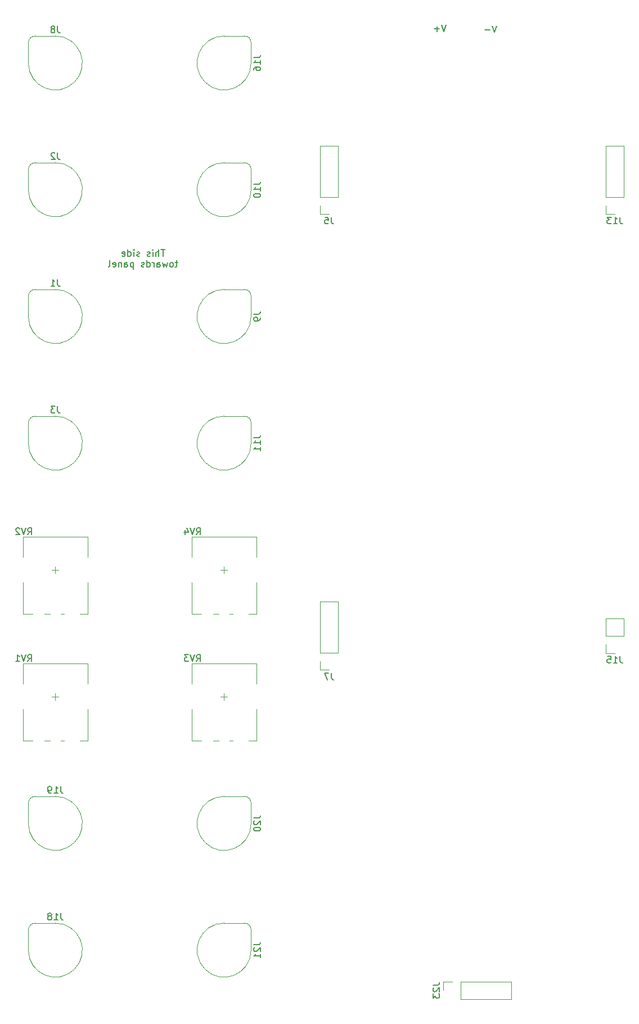
<source format=gbo>
%TF.GenerationSoftware,KiCad,Pcbnew,(6.0.0-0)*%
%TF.CreationDate,2022-06-17T06:04:18+01:00*%
%TF.ProjectId,4u-damped-integrator,34752d64-616d-4706-9564-2d696e746567,r01*%
%TF.SameCoordinates,Original*%
%TF.FileFunction,Legend,Bot*%
%TF.FilePolarity,Positive*%
%FSLAX46Y46*%
G04 Gerber Fmt 4.6, Leading zero omitted, Abs format (unit mm)*
G04 Created by KiCad (PCBNEW (6.0.0-0)) date 2022-06-17 06:04:18*
%MOMM*%
%LPD*%
G01*
G04 APERTURE LIST*
%ADD10C,0.150000*%
%ADD11C,0.120000*%
G04 APERTURE END LIST*
D10*
X63785714Y-65647380D02*
X63214285Y-65647380D01*
X63500000Y-66647380D02*
X63500000Y-65647380D01*
X62880952Y-66647380D02*
X62880952Y-65647380D01*
X62452380Y-66647380D02*
X62452380Y-66123571D01*
X62500000Y-66028333D01*
X62595238Y-65980714D01*
X62738095Y-65980714D01*
X62833333Y-66028333D01*
X62880952Y-66075952D01*
X61976190Y-66647380D02*
X61976190Y-65980714D01*
X61976190Y-65647380D02*
X62023809Y-65695000D01*
X61976190Y-65742619D01*
X61928571Y-65695000D01*
X61976190Y-65647380D01*
X61976190Y-65742619D01*
X61547619Y-66599761D02*
X61452380Y-66647380D01*
X61261904Y-66647380D01*
X61166666Y-66599761D01*
X61119047Y-66504523D01*
X61119047Y-66456904D01*
X61166666Y-66361666D01*
X61261904Y-66314047D01*
X61404761Y-66314047D01*
X61500000Y-66266428D01*
X61547619Y-66171190D01*
X61547619Y-66123571D01*
X61500000Y-66028333D01*
X61404761Y-65980714D01*
X61261904Y-65980714D01*
X61166666Y-66028333D01*
X59976190Y-66599761D02*
X59880952Y-66647380D01*
X59690476Y-66647380D01*
X59595238Y-66599761D01*
X59547619Y-66504523D01*
X59547619Y-66456904D01*
X59595238Y-66361666D01*
X59690476Y-66314047D01*
X59833333Y-66314047D01*
X59928571Y-66266428D01*
X59976190Y-66171190D01*
X59976190Y-66123571D01*
X59928571Y-66028333D01*
X59833333Y-65980714D01*
X59690476Y-65980714D01*
X59595238Y-66028333D01*
X59119047Y-66647380D02*
X59119047Y-65980714D01*
X59119047Y-65647380D02*
X59166666Y-65695000D01*
X59119047Y-65742619D01*
X59071428Y-65695000D01*
X59119047Y-65647380D01*
X59119047Y-65742619D01*
X58214285Y-66647380D02*
X58214285Y-65647380D01*
X58214285Y-66599761D02*
X58309523Y-66647380D01*
X58500000Y-66647380D01*
X58595238Y-66599761D01*
X58642857Y-66552142D01*
X58690476Y-66456904D01*
X58690476Y-66171190D01*
X58642857Y-66075952D01*
X58595238Y-66028333D01*
X58500000Y-65980714D01*
X58309523Y-65980714D01*
X58214285Y-66028333D01*
X57357142Y-66599761D02*
X57452380Y-66647380D01*
X57642857Y-66647380D01*
X57738095Y-66599761D01*
X57785714Y-66504523D01*
X57785714Y-66123571D01*
X57738095Y-66028333D01*
X57642857Y-65980714D01*
X57452380Y-65980714D01*
X57357142Y-66028333D01*
X57309523Y-66123571D01*
X57309523Y-66218809D01*
X57785714Y-66314047D01*
X65714285Y-67590714D02*
X65333333Y-67590714D01*
X65571428Y-67257380D02*
X65571428Y-68114523D01*
X65523809Y-68209761D01*
X65428571Y-68257380D01*
X65333333Y-68257380D01*
X64857142Y-68257380D02*
X64952380Y-68209761D01*
X65000000Y-68162142D01*
X65047619Y-68066904D01*
X65047619Y-67781190D01*
X65000000Y-67685952D01*
X64952380Y-67638333D01*
X64857142Y-67590714D01*
X64714285Y-67590714D01*
X64619047Y-67638333D01*
X64571428Y-67685952D01*
X64523809Y-67781190D01*
X64523809Y-68066904D01*
X64571428Y-68162142D01*
X64619047Y-68209761D01*
X64714285Y-68257380D01*
X64857142Y-68257380D01*
X64190476Y-67590714D02*
X64000000Y-68257380D01*
X63809523Y-67781190D01*
X63619047Y-68257380D01*
X63428571Y-67590714D01*
X62619047Y-68257380D02*
X62619047Y-67733571D01*
X62666666Y-67638333D01*
X62761904Y-67590714D01*
X62952380Y-67590714D01*
X63047619Y-67638333D01*
X62619047Y-68209761D02*
X62714285Y-68257380D01*
X62952380Y-68257380D01*
X63047619Y-68209761D01*
X63095238Y-68114523D01*
X63095238Y-68019285D01*
X63047619Y-67924047D01*
X62952380Y-67876428D01*
X62714285Y-67876428D01*
X62619047Y-67828809D01*
X62142857Y-68257380D02*
X62142857Y-67590714D01*
X62142857Y-67781190D02*
X62095238Y-67685952D01*
X62047619Y-67638333D01*
X61952380Y-67590714D01*
X61857142Y-67590714D01*
X61095238Y-68257380D02*
X61095238Y-67257380D01*
X61095238Y-68209761D02*
X61190476Y-68257380D01*
X61380952Y-68257380D01*
X61476190Y-68209761D01*
X61523809Y-68162142D01*
X61571428Y-68066904D01*
X61571428Y-67781190D01*
X61523809Y-67685952D01*
X61476190Y-67638333D01*
X61380952Y-67590714D01*
X61190476Y-67590714D01*
X61095238Y-67638333D01*
X60666666Y-68209761D02*
X60571428Y-68257380D01*
X60380952Y-68257380D01*
X60285714Y-68209761D01*
X60238095Y-68114523D01*
X60238095Y-68066904D01*
X60285714Y-67971666D01*
X60380952Y-67924047D01*
X60523809Y-67924047D01*
X60619047Y-67876428D01*
X60666666Y-67781190D01*
X60666666Y-67733571D01*
X60619047Y-67638333D01*
X60523809Y-67590714D01*
X60380952Y-67590714D01*
X60285714Y-67638333D01*
X59047619Y-67590714D02*
X59047619Y-68590714D01*
X59047619Y-67638333D02*
X58952380Y-67590714D01*
X58761904Y-67590714D01*
X58666666Y-67638333D01*
X58619047Y-67685952D01*
X58571428Y-67781190D01*
X58571428Y-68066904D01*
X58619047Y-68162142D01*
X58666666Y-68209761D01*
X58761904Y-68257380D01*
X58952380Y-68257380D01*
X59047619Y-68209761D01*
X57714285Y-68257380D02*
X57714285Y-67733571D01*
X57761904Y-67638333D01*
X57857142Y-67590714D01*
X58047619Y-67590714D01*
X58142857Y-67638333D01*
X57714285Y-68209761D02*
X57809523Y-68257380D01*
X58047619Y-68257380D01*
X58142857Y-68209761D01*
X58190476Y-68114523D01*
X58190476Y-68019285D01*
X58142857Y-67924047D01*
X58047619Y-67876428D01*
X57809523Y-67876428D01*
X57714285Y-67828809D01*
X57238095Y-67590714D02*
X57238095Y-68257380D01*
X57238095Y-67685952D02*
X57190476Y-67638333D01*
X57095238Y-67590714D01*
X56952380Y-67590714D01*
X56857142Y-67638333D01*
X56809523Y-67733571D01*
X56809523Y-68257380D01*
X55952380Y-68209761D02*
X56047619Y-68257380D01*
X56238095Y-68257380D01*
X56333333Y-68209761D01*
X56380952Y-68114523D01*
X56380952Y-67733571D01*
X56333333Y-67638333D01*
X56238095Y-67590714D01*
X56047619Y-67590714D01*
X55952380Y-67638333D01*
X55904761Y-67733571D01*
X55904761Y-67828809D01*
X56380952Y-67924047D01*
X55333333Y-68257380D02*
X55428571Y-68209761D01*
X55476190Y-68114523D01*
X55476190Y-67257380D01*
%TO.C,J17*%
X106108380Y-31857380D02*
X105775047Y-32857380D01*
X105441714Y-31857380D01*
X105108380Y-32476428D02*
X104346476Y-32476428D01*
X104727428Y-32857380D02*
X104727428Y-32095476D01*
X113728380Y-31984380D02*
X113395047Y-32984380D01*
X113061714Y-31984380D01*
X112728380Y-32603428D02*
X111966476Y-32603428D01*
%TO.C,RV3*%
X68545238Y-127552380D02*
X68878571Y-127076190D01*
X69116666Y-127552380D02*
X69116666Y-126552380D01*
X68735714Y-126552380D01*
X68640476Y-126600000D01*
X68592857Y-126647619D01*
X68545238Y-126742857D01*
X68545238Y-126885714D01*
X68592857Y-126980952D01*
X68640476Y-127028571D01*
X68735714Y-127076190D01*
X69116666Y-127076190D01*
X68259523Y-126552380D02*
X67926190Y-127552380D01*
X67592857Y-126552380D01*
X67354761Y-126552380D02*
X66735714Y-126552380D01*
X67069047Y-126933333D01*
X66926190Y-126933333D01*
X66830952Y-126980952D01*
X66783333Y-127028571D01*
X66735714Y-127123809D01*
X66735714Y-127361904D01*
X66783333Y-127457142D01*
X66830952Y-127504761D01*
X66926190Y-127552380D01*
X67211904Y-127552380D01*
X67307142Y-127504761D01*
X67354761Y-127457142D01*
%TO.C,J13*%
X132309523Y-60782380D02*
X132309523Y-61496666D01*
X132357142Y-61639523D01*
X132452380Y-61734761D01*
X132595238Y-61782380D01*
X132690476Y-61782380D01*
X131309523Y-61782380D02*
X131880952Y-61782380D01*
X131595238Y-61782380D02*
X131595238Y-60782380D01*
X131690476Y-60925238D01*
X131785714Y-61020476D01*
X131880952Y-61068095D01*
X130976190Y-60782380D02*
X130357142Y-60782380D01*
X130690476Y-61163333D01*
X130547619Y-61163333D01*
X130452380Y-61210952D01*
X130404761Y-61258571D01*
X130357142Y-61353809D01*
X130357142Y-61591904D01*
X130404761Y-61687142D01*
X130452380Y-61734761D01*
X130547619Y-61782380D01*
X130833333Y-61782380D01*
X130928571Y-61734761D01*
X130976190Y-61687142D01*
%TO.C,J20*%
X77152380Y-151090476D02*
X77866666Y-151090476D01*
X78009523Y-151042857D01*
X78104761Y-150947619D01*
X78152380Y-150804761D01*
X78152380Y-150709523D01*
X77247619Y-151519047D02*
X77200000Y-151566666D01*
X77152380Y-151661904D01*
X77152380Y-151900000D01*
X77200000Y-151995238D01*
X77247619Y-152042857D01*
X77342857Y-152090476D01*
X77438095Y-152090476D01*
X77580952Y-152042857D01*
X78152380Y-151471428D01*
X78152380Y-152090476D01*
X77152380Y-152709523D02*
X77152380Y-152804761D01*
X77200000Y-152900000D01*
X77247619Y-152947619D01*
X77342857Y-152995238D01*
X77533333Y-153042857D01*
X77771428Y-153042857D01*
X77961904Y-152995238D01*
X78057142Y-152947619D01*
X78104761Y-152900000D01*
X78152380Y-152804761D01*
X78152380Y-152709523D01*
X78104761Y-152614285D01*
X78057142Y-152566666D01*
X77961904Y-152519047D01*
X77771428Y-152471428D01*
X77533333Y-152471428D01*
X77342857Y-152519047D01*
X77247619Y-152566666D01*
X77200000Y-152614285D01*
X77152380Y-152709523D01*
%TO.C,J19*%
X48109523Y-146352380D02*
X48109523Y-147066666D01*
X48157142Y-147209523D01*
X48252380Y-147304761D01*
X48395238Y-147352380D01*
X48490476Y-147352380D01*
X47109523Y-147352380D02*
X47680952Y-147352380D01*
X47395238Y-147352380D02*
X47395238Y-146352380D01*
X47490476Y-146495238D01*
X47585714Y-146590476D01*
X47680952Y-146638095D01*
X46633333Y-147352380D02*
X46442857Y-147352380D01*
X46347619Y-147304761D01*
X46300000Y-147257142D01*
X46204761Y-147114285D01*
X46157142Y-146923809D01*
X46157142Y-146542857D01*
X46204761Y-146447619D01*
X46252380Y-146400000D01*
X46347619Y-146352380D01*
X46538095Y-146352380D01*
X46633333Y-146400000D01*
X46680952Y-146447619D01*
X46728571Y-146542857D01*
X46728571Y-146780952D01*
X46680952Y-146876190D01*
X46633333Y-146923809D01*
X46538095Y-146971428D01*
X46347619Y-146971428D01*
X46252380Y-146923809D01*
X46204761Y-146876190D01*
X46157142Y-146780952D01*
%TO.C,J10*%
X77152380Y-55840476D02*
X77866666Y-55840476D01*
X78009523Y-55792857D01*
X78104761Y-55697619D01*
X78152380Y-55554761D01*
X78152380Y-55459523D01*
X78152380Y-56840476D02*
X78152380Y-56269047D01*
X78152380Y-56554761D02*
X77152380Y-56554761D01*
X77295238Y-56459523D01*
X77390476Y-56364285D01*
X77438095Y-56269047D01*
X77152380Y-57459523D02*
X77152380Y-57554761D01*
X77200000Y-57650000D01*
X77247619Y-57697619D01*
X77342857Y-57745238D01*
X77533333Y-57792857D01*
X77771428Y-57792857D01*
X77961904Y-57745238D01*
X78057142Y-57697619D01*
X78104761Y-57650000D01*
X78152380Y-57554761D01*
X78152380Y-57459523D01*
X78104761Y-57364285D01*
X78057142Y-57316666D01*
X77961904Y-57269047D01*
X77771428Y-57221428D01*
X77533333Y-57221428D01*
X77342857Y-57269047D01*
X77247619Y-57316666D01*
X77200000Y-57364285D01*
X77152380Y-57459523D01*
%TO.C,J16*%
X77152380Y-36790476D02*
X77866666Y-36790476D01*
X78009523Y-36742857D01*
X78104761Y-36647619D01*
X78152380Y-36504761D01*
X78152380Y-36409523D01*
X78152380Y-37790476D02*
X78152380Y-37219047D01*
X78152380Y-37504761D02*
X77152380Y-37504761D01*
X77295238Y-37409523D01*
X77390476Y-37314285D01*
X77438095Y-37219047D01*
X77152380Y-38647619D02*
X77152380Y-38457142D01*
X77200000Y-38361904D01*
X77247619Y-38314285D01*
X77390476Y-38219047D01*
X77580952Y-38171428D01*
X77961904Y-38171428D01*
X78057142Y-38219047D01*
X78104761Y-38266666D01*
X78152380Y-38361904D01*
X78152380Y-38552380D01*
X78104761Y-38647619D01*
X78057142Y-38695238D01*
X77961904Y-38742857D01*
X77723809Y-38742857D01*
X77628571Y-38695238D01*
X77580952Y-38647619D01*
X77533333Y-38552380D01*
X77533333Y-38361904D01*
X77580952Y-38266666D01*
X77628571Y-38219047D01*
X77723809Y-38171428D01*
%TO.C,J2*%
X47633333Y-51102380D02*
X47633333Y-51816666D01*
X47680952Y-51959523D01*
X47776190Y-52054761D01*
X47919047Y-52102380D01*
X48014285Y-52102380D01*
X47204761Y-51197619D02*
X47157142Y-51150000D01*
X47061904Y-51102380D01*
X46823809Y-51102380D01*
X46728571Y-51150000D01*
X46680952Y-51197619D01*
X46633333Y-51292857D01*
X46633333Y-51388095D01*
X46680952Y-51530952D01*
X47252380Y-52102380D01*
X46633333Y-52102380D01*
%TO.C,J18*%
X48109523Y-165402380D02*
X48109523Y-166116666D01*
X48157142Y-166259523D01*
X48252380Y-166354761D01*
X48395238Y-166402380D01*
X48490476Y-166402380D01*
X47109523Y-166402380D02*
X47680952Y-166402380D01*
X47395238Y-166402380D02*
X47395238Y-165402380D01*
X47490476Y-165545238D01*
X47585714Y-165640476D01*
X47680952Y-165688095D01*
X46538095Y-165830952D02*
X46633333Y-165783333D01*
X46680952Y-165735714D01*
X46728571Y-165640476D01*
X46728571Y-165592857D01*
X46680952Y-165497619D01*
X46633333Y-165450000D01*
X46538095Y-165402380D01*
X46347619Y-165402380D01*
X46252380Y-165450000D01*
X46204761Y-165497619D01*
X46157142Y-165592857D01*
X46157142Y-165640476D01*
X46204761Y-165735714D01*
X46252380Y-165783333D01*
X46347619Y-165830952D01*
X46538095Y-165830952D01*
X46633333Y-165878571D01*
X46680952Y-165926190D01*
X46728571Y-166021428D01*
X46728571Y-166211904D01*
X46680952Y-166307142D01*
X46633333Y-166354761D01*
X46538095Y-166402380D01*
X46347619Y-166402380D01*
X46252380Y-166354761D01*
X46204761Y-166307142D01*
X46157142Y-166211904D01*
X46157142Y-166021428D01*
X46204761Y-165926190D01*
X46252380Y-165878571D01*
X46347619Y-165830952D01*
%TO.C,J9*%
X77152380Y-75366666D02*
X77866666Y-75366666D01*
X78009523Y-75319047D01*
X78104761Y-75223809D01*
X78152380Y-75080952D01*
X78152380Y-74985714D01*
X78152380Y-75890476D02*
X78152380Y-76080952D01*
X78104761Y-76176190D01*
X78057142Y-76223809D01*
X77914285Y-76319047D01*
X77723809Y-76366666D01*
X77342857Y-76366666D01*
X77247619Y-76319047D01*
X77200000Y-76271428D01*
X77152380Y-76176190D01*
X77152380Y-75985714D01*
X77200000Y-75890476D01*
X77247619Y-75842857D01*
X77342857Y-75795238D01*
X77580952Y-75795238D01*
X77676190Y-75842857D01*
X77723809Y-75890476D01*
X77771428Y-75985714D01*
X77771428Y-76176190D01*
X77723809Y-76271428D01*
X77676190Y-76319047D01*
X77580952Y-76366666D01*
%TO.C,RV1*%
X43145238Y-127552380D02*
X43478571Y-127076190D01*
X43716666Y-127552380D02*
X43716666Y-126552380D01*
X43335714Y-126552380D01*
X43240476Y-126600000D01*
X43192857Y-126647619D01*
X43145238Y-126742857D01*
X43145238Y-126885714D01*
X43192857Y-126980952D01*
X43240476Y-127028571D01*
X43335714Y-127076190D01*
X43716666Y-127076190D01*
X42859523Y-126552380D02*
X42526190Y-127552380D01*
X42192857Y-126552380D01*
X41335714Y-127552380D02*
X41907142Y-127552380D01*
X41621428Y-127552380D02*
X41621428Y-126552380D01*
X41716666Y-126695238D01*
X41811904Y-126790476D01*
X41907142Y-126838095D01*
%TO.C,J8*%
X47633333Y-32052380D02*
X47633333Y-32766666D01*
X47680952Y-32909523D01*
X47776190Y-33004761D01*
X47919047Y-33052380D01*
X48014285Y-33052380D01*
X47014285Y-32480952D02*
X47109523Y-32433333D01*
X47157142Y-32385714D01*
X47204761Y-32290476D01*
X47204761Y-32242857D01*
X47157142Y-32147619D01*
X47109523Y-32100000D01*
X47014285Y-32052380D01*
X46823809Y-32052380D01*
X46728571Y-32100000D01*
X46680952Y-32147619D01*
X46633333Y-32242857D01*
X46633333Y-32290476D01*
X46680952Y-32385714D01*
X46728571Y-32433333D01*
X46823809Y-32480952D01*
X47014285Y-32480952D01*
X47109523Y-32528571D01*
X47157142Y-32576190D01*
X47204761Y-32671428D01*
X47204761Y-32861904D01*
X47157142Y-32957142D01*
X47109523Y-33004761D01*
X47014285Y-33052380D01*
X46823809Y-33052380D01*
X46728571Y-33004761D01*
X46680952Y-32957142D01*
X46633333Y-32861904D01*
X46633333Y-32671428D01*
X46680952Y-32576190D01*
X46728571Y-32528571D01*
X46823809Y-32480952D01*
%TO.C,J7*%
X88833333Y-129282380D02*
X88833333Y-129996666D01*
X88880952Y-130139523D01*
X88976190Y-130234761D01*
X89119047Y-130282380D01*
X89214285Y-130282380D01*
X88452380Y-129282380D02*
X87785714Y-129282380D01*
X88214285Y-130282380D01*
%TO.C,J3*%
X47633333Y-89202380D02*
X47633333Y-89916666D01*
X47680952Y-90059523D01*
X47776190Y-90154761D01*
X47919047Y-90202380D01*
X48014285Y-90202380D01*
X47252380Y-89202380D02*
X46633333Y-89202380D01*
X46966666Y-89583333D01*
X46823809Y-89583333D01*
X46728571Y-89630952D01*
X46680952Y-89678571D01*
X46633333Y-89773809D01*
X46633333Y-90011904D01*
X46680952Y-90107142D01*
X46728571Y-90154761D01*
X46823809Y-90202380D01*
X47109523Y-90202380D01*
X47204761Y-90154761D01*
X47252380Y-90107142D01*
%TO.C,RV4*%
X68545238Y-108502380D02*
X68878571Y-108026190D01*
X69116666Y-108502380D02*
X69116666Y-107502380D01*
X68735714Y-107502380D01*
X68640476Y-107550000D01*
X68592857Y-107597619D01*
X68545238Y-107692857D01*
X68545238Y-107835714D01*
X68592857Y-107930952D01*
X68640476Y-107978571D01*
X68735714Y-108026190D01*
X69116666Y-108026190D01*
X68259523Y-107502380D02*
X67926190Y-108502380D01*
X67592857Y-107502380D01*
X66830952Y-107835714D02*
X66830952Y-108502380D01*
X67069047Y-107454761D02*
X67307142Y-108169047D01*
X66688095Y-108169047D01*
%TO.C,J5*%
X88833333Y-60782380D02*
X88833333Y-61496666D01*
X88880952Y-61639523D01*
X88976190Y-61734761D01*
X89119047Y-61782380D01*
X89214285Y-61782380D01*
X87880952Y-60782380D02*
X88357142Y-60782380D01*
X88404761Y-61258571D01*
X88357142Y-61210952D01*
X88261904Y-61163333D01*
X88023809Y-61163333D01*
X87928571Y-61210952D01*
X87880952Y-61258571D01*
X87833333Y-61353809D01*
X87833333Y-61591904D01*
X87880952Y-61687142D01*
X87928571Y-61734761D01*
X88023809Y-61782380D01*
X88261904Y-61782380D01*
X88357142Y-61734761D01*
X88404761Y-61687142D01*
%TO.C,J1*%
X47633333Y-70152380D02*
X47633333Y-70866666D01*
X47680952Y-71009523D01*
X47776190Y-71104761D01*
X47919047Y-71152380D01*
X48014285Y-71152380D01*
X46633333Y-71152380D02*
X47204761Y-71152380D01*
X46919047Y-71152380D02*
X46919047Y-70152380D01*
X47014285Y-70295238D01*
X47109523Y-70390476D01*
X47204761Y-70438095D01*
%TO.C,J21*%
X77152380Y-170140476D02*
X77866666Y-170140476D01*
X78009523Y-170092857D01*
X78104761Y-169997619D01*
X78152380Y-169854761D01*
X78152380Y-169759523D01*
X77247619Y-170569047D02*
X77200000Y-170616666D01*
X77152380Y-170711904D01*
X77152380Y-170950000D01*
X77200000Y-171045238D01*
X77247619Y-171092857D01*
X77342857Y-171140476D01*
X77438095Y-171140476D01*
X77580952Y-171092857D01*
X78152380Y-170521428D01*
X78152380Y-171140476D01*
X78152380Y-172092857D02*
X78152380Y-171521428D01*
X78152380Y-171807142D02*
X77152380Y-171807142D01*
X77295238Y-171711904D01*
X77390476Y-171616666D01*
X77438095Y-171521428D01*
%TO.C,J23*%
X104122380Y-176190476D02*
X104836666Y-176190476D01*
X104979523Y-176142857D01*
X105074761Y-176047619D01*
X105122380Y-175904761D01*
X105122380Y-175809523D01*
X104217619Y-176619047D02*
X104170000Y-176666666D01*
X104122380Y-176761904D01*
X104122380Y-177000000D01*
X104170000Y-177095238D01*
X104217619Y-177142857D01*
X104312857Y-177190476D01*
X104408095Y-177190476D01*
X104550952Y-177142857D01*
X105122380Y-176571428D01*
X105122380Y-177190476D01*
X104122380Y-177523809D02*
X104122380Y-178142857D01*
X104503333Y-177809523D01*
X104503333Y-177952380D01*
X104550952Y-178047619D01*
X104598571Y-178095238D01*
X104693809Y-178142857D01*
X104931904Y-178142857D01*
X105027142Y-178095238D01*
X105074761Y-178047619D01*
X105122380Y-177952380D01*
X105122380Y-177666666D01*
X105074761Y-177571428D01*
X105027142Y-177523809D01*
%TO.C,J11*%
X77152380Y-93940476D02*
X77866666Y-93940476D01*
X78009523Y-93892857D01*
X78104761Y-93797619D01*
X78152380Y-93654761D01*
X78152380Y-93559523D01*
X78152380Y-94940476D02*
X78152380Y-94369047D01*
X78152380Y-94654761D02*
X77152380Y-94654761D01*
X77295238Y-94559523D01*
X77390476Y-94464285D01*
X77438095Y-94369047D01*
X78152380Y-95892857D02*
X78152380Y-95321428D01*
X78152380Y-95607142D02*
X77152380Y-95607142D01*
X77295238Y-95511904D01*
X77390476Y-95416666D01*
X77438095Y-95321428D01*
%TO.C,RV2*%
X43145238Y-108502380D02*
X43478571Y-108026190D01*
X43716666Y-108502380D02*
X43716666Y-107502380D01*
X43335714Y-107502380D01*
X43240476Y-107550000D01*
X43192857Y-107597619D01*
X43145238Y-107692857D01*
X43145238Y-107835714D01*
X43192857Y-107930952D01*
X43240476Y-107978571D01*
X43335714Y-108026190D01*
X43716666Y-108026190D01*
X42859523Y-107502380D02*
X42526190Y-108502380D01*
X42192857Y-107502380D01*
X41907142Y-107597619D02*
X41859523Y-107550000D01*
X41764285Y-107502380D01*
X41526190Y-107502380D01*
X41430952Y-107550000D01*
X41383333Y-107597619D01*
X41335714Y-107692857D01*
X41335714Y-107788095D01*
X41383333Y-107930952D01*
X41954761Y-108502380D01*
X41335714Y-108502380D01*
%TO.C,J15*%
X132309523Y-126782380D02*
X132309523Y-127496666D01*
X132357142Y-127639523D01*
X132452380Y-127734761D01*
X132595238Y-127782380D01*
X132690476Y-127782380D01*
X131309523Y-127782380D02*
X131880952Y-127782380D01*
X131595238Y-127782380D02*
X131595238Y-126782380D01*
X131690476Y-126925238D01*
X131785714Y-127020476D01*
X131880952Y-127068095D01*
X130404761Y-126782380D02*
X130880952Y-126782380D01*
X130928571Y-127258571D01*
X130880952Y-127210952D01*
X130785714Y-127163333D01*
X130547619Y-127163333D01*
X130452380Y-127210952D01*
X130404761Y-127258571D01*
X130357142Y-127353809D01*
X130357142Y-127591904D01*
X130404761Y-127687142D01*
X130452380Y-127734761D01*
X130547619Y-127782380D01*
X130785714Y-127782380D01*
X130880952Y-127734761D01*
X130928571Y-127687142D01*
D11*
%TO.C,RV3*%
X76390000Y-139470000D02*
X77570000Y-139470000D01*
X71040000Y-139470000D02*
X71870000Y-139470000D01*
X77580000Y-139470000D02*
X77580000Y-134750000D01*
X67830000Y-127880000D02*
X77570000Y-127880000D01*
X67830000Y-130940000D02*
X67830000Y-127880000D01*
X77570000Y-130940000D02*
X77570000Y-127880000D01*
X67830000Y-139470000D02*
X69320000Y-139470000D01*
X72200000Y-132850000D02*
X73200000Y-132850000D01*
X73490000Y-139470000D02*
X74020000Y-139470000D01*
X72700000Y-132350000D02*
X72700000Y-133350000D01*
X67830000Y-139470000D02*
X67830000Y-134750000D01*
%TO.C,J13*%
X130170000Y-57730000D02*
X130170000Y-50050000D01*
X130170000Y-50050000D02*
X132830000Y-50050000D01*
X130170000Y-59000000D02*
X130170000Y-60330000D01*
X130170000Y-57730000D02*
X132830000Y-57730000D01*
X132830000Y-57730000D02*
X132830000Y-50050000D01*
X130170000Y-60330000D02*
X131500000Y-60330000D01*
%TO.C,J20*%
X76764000Y-151900000D02*
X76764000Y-148852000D01*
X75748000Y-147836000D02*
X72700000Y-147836000D01*
X76764000Y-148852000D02*
G75*
G03*
X75748000Y-147836000I-1016002J-2D01*
G01*
X72700000Y-147836000D02*
G75*
G03*
X76764000Y-151900000I0J-4064000D01*
G01*
%TO.C,J19*%
X43236000Y-148852000D02*
X43236000Y-151900000D01*
X47300000Y-147836000D02*
X44252000Y-147836000D01*
X44252000Y-147836000D02*
G75*
G03*
X43236000Y-148852000I2J-1016002D01*
G01*
X43236000Y-151900000D02*
G75*
G03*
X47300000Y-147836000I4064000J0D01*
G01*
%TO.C,J10*%
X75748000Y-52586000D02*
X72700000Y-52586000D01*
X76764000Y-56650000D02*
X76764000Y-53602000D01*
X72700000Y-52586000D02*
G75*
G03*
X76764000Y-56650000I0J-4064000D01*
G01*
X76764000Y-53602000D02*
G75*
G03*
X75748000Y-52586000I-1016002J-2D01*
G01*
%TO.C,J16*%
X75748000Y-33536000D02*
X72700000Y-33536000D01*
X76764000Y-37600000D02*
X76764000Y-34552000D01*
X76764000Y-34552000D02*
G75*
G03*
X75748000Y-33536000I-1016002J-2D01*
G01*
X72700000Y-33536000D02*
G75*
G03*
X76764000Y-37600000I0J-4064000D01*
G01*
%TO.C,J2*%
X43236000Y-53602000D02*
X43236000Y-56650000D01*
X47300000Y-52586000D02*
X44252000Y-52586000D01*
X44252000Y-52586000D02*
G75*
G03*
X43236000Y-53602000I2J-1016002D01*
G01*
X43236000Y-56650000D02*
G75*
G03*
X47300000Y-52586000I4064000J0D01*
G01*
%TO.C,J18*%
X43236000Y-167902000D02*
X43236000Y-170950000D01*
X47300000Y-166886000D02*
X44252000Y-166886000D01*
X43236000Y-170950000D02*
G75*
G03*
X47300000Y-166886000I4064000J0D01*
G01*
X44252000Y-166886000D02*
G75*
G03*
X43236000Y-167902000I2J-1016002D01*
G01*
%TO.C,J9*%
X76764000Y-75700000D02*
X76764000Y-72652000D01*
X75748000Y-71636000D02*
X72700000Y-71636000D01*
X76764000Y-72652000D02*
G75*
G03*
X75748000Y-71636000I-1016002J-2D01*
G01*
X72700000Y-71636000D02*
G75*
G03*
X76764000Y-75700000I0J-4064000D01*
G01*
%TO.C,RV1*%
X42430000Y-127880000D02*
X52170000Y-127880000D01*
X42430000Y-130940000D02*
X42430000Y-127880000D01*
X47300000Y-132350000D02*
X47300000Y-133350000D01*
X46800000Y-132850000D02*
X47800000Y-132850000D01*
X42430000Y-139470000D02*
X43920000Y-139470000D01*
X50990000Y-139470000D02*
X52170000Y-139470000D01*
X45640000Y-139470000D02*
X46470000Y-139470000D01*
X42430000Y-139470000D02*
X42430000Y-134750000D01*
X52180000Y-139470000D02*
X52180000Y-134750000D01*
X48090000Y-139470000D02*
X48620000Y-139470000D01*
X52170000Y-130940000D02*
X52170000Y-127880000D01*
%TO.C,J8*%
X43236000Y-34552000D02*
X43236000Y-37600000D01*
X47300000Y-33536000D02*
X44252000Y-33536000D01*
X43236000Y-37600000D02*
G75*
G03*
X47300000Y-33536000I4064000J0D01*
G01*
X44252000Y-33536000D02*
G75*
G03*
X43236000Y-34552000I2J-1016002D01*
G01*
%TO.C,J7*%
X87170000Y-127500000D02*
X87170000Y-128830000D01*
X87170000Y-118550000D02*
X89830000Y-118550000D01*
X87170000Y-126230000D02*
X89830000Y-126230000D01*
X87170000Y-128830000D02*
X88500000Y-128830000D01*
X89830000Y-126230000D02*
X89830000Y-118550000D01*
X87170000Y-126230000D02*
X87170000Y-118550000D01*
%TO.C,J3*%
X47300000Y-90686000D02*
X44252000Y-90686000D01*
X43236000Y-91702000D02*
X43236000Y-94750000D01*
X44252000Y-90686000D02*
G75*
G03*
X43236000Y-91702000I2J-1016002D01*
G01*
X43236000Y-94750000D02*
G75*
G03*
X47300000Y-90686000I4064000J0D01*
G01*
%TO.C,RV4*%
X72700000Y-113300000D02*
X72700000Y-114300000D01*
X67830000Y-111890000D02*
X67830000Y-108830000D01*
X73490000Y-120420000D02*
X74020000Y-120420000D01*
X67830000Y-120420000D02*
X67830000Y-115700000D01*
X76390000Y-120420000D02*
X77570000Y-120420000D01*
X77580000Y-120420000D02*
X77580000Y-115700000D01*
X67830000Y-120420000D02*
X69320000Y-120420000D01*
X67830000Y-108830000D02*
X77570000Y-108830000D01*
X71040000Y-120420000D02*
X71870000Y-120420000D01*
X77570000Y-111890000D02*
X77570000Y-108830000D01*
X72200000Y-113800000D02*
X73200000Y-113800000D01*
%TO.C,J5*%
X89830000Y-57730000D02*
X89830000Y-50050000D01*
X87170000Y-57730000D02*
X89830000Y-57730000D01*
X87170000Y-57730000D02*
X87170000Y-50050000D01*
X87170000Y-50050000D02*
X89830000Y-50050000D01*
X87170000Y-60330000D02*
X88500000Y-60330000D01*
X87170000Y-59000000D02*
X87170000Y-60330000D01*
%TO.C,J1*%
X43236000Y-72652000D02*
X43236000Y-75700000D01*
X47300000Y-71636000D02*
X44252000Y-71636000D01*
X44252000Y-71636000D02*
G75*
G03*
X43236000Y-72652000I2J-1016002D01*
G01*
X43236000Y-75700000D02*
G75*
G03*
X47300000Y-71636000I4064000J0D01*
G01*
%TO.C,J21*%
X76764000Y-170950000D02*
X76764000Y-167902000D01*
X75748000Y-166886000D02*
X72700000Y-166886000D01*
X72700000Y-166886000D02*
G75*
G03*
X76764000Y-170950000I0J-4064000D01*
G01*
X76764000Y-167902000D02*
G75*
G03*
X75748000Y-166886000I-1016002J-2D01*
G01*
%TO.C,J23*%
X108270000Y-175670000D02*
X108270000Y-178330000D01*
X108270000Y-178330000D02*
X115950000Y-178330000D01*
X115950000Y-175670000D02*
X115950000Y-178330000D01*
X105670000Y-175670000D02*
X105670000Y-177000000D01*
X108270000Y-175670000D02*
X115950000Y-175670000D01*
X107000000Y-175670000D02*
X105670000Y-175670000D01*
%TO.C,J11*%
X76764000Y-94750000D02*
X76764000Y-91702000D01*
X75748000Y-90686000D02*
X72700000Y-90686000D01*
X76764000Y-91702000D02*
G75*
G03*
X75748000Y-90686000I-1016002J-2D01*
G01*
X72700000Y-90686000D02*
G75*
G03*
X76764000Y-94750000I0J-4064000D01*
G01*
%TO.C,RV2*%
X42430000Y-120420000D02*
X43920000Y-120420000D01*
X52180000Y-120420000D02*
X52180000Y-115700000D01*
X52170000Y-111890000D02*
X52170000Y-108830000D01*
X42430000Y-120420000D02*
X42430000Y-115700000D01*
X46800000Y-113800000D02*
X47800000Y-113800000D01*
X47300000Y-113300000D02*
X47300000Y-114300000D01*
X48090000Y-120420000D02*
X48620000Y-120420000D01*
X42430000Y-108830000D02*
X52170000Y-108830000D01*
X45640000Y-120420000D02*
X46470000Y-120420000D01*
X50990000Y-120420000D02*
X52170000Y-120420000D01*
X42430000Y-111890000D02*
X42430000Y-108830000D01*
%TO.C,J15*%
X130170000Y-126330000D02*
X131500000Y-126330000D01*
X130170000Y-123730000D02*
X132830000Y-123730000D01*
X130170000Y-123730000D02*
X130170000Y-121130000D01*
X130170000Y-125000000D02*
X130170000Y-126330000D01*
X130170000Y-121130000D02*
X132830000Y-121130000D01*
X132830000Y-123730000D02*
X132830000Y-121130000D01*
%TD*%
M02*

</source>
